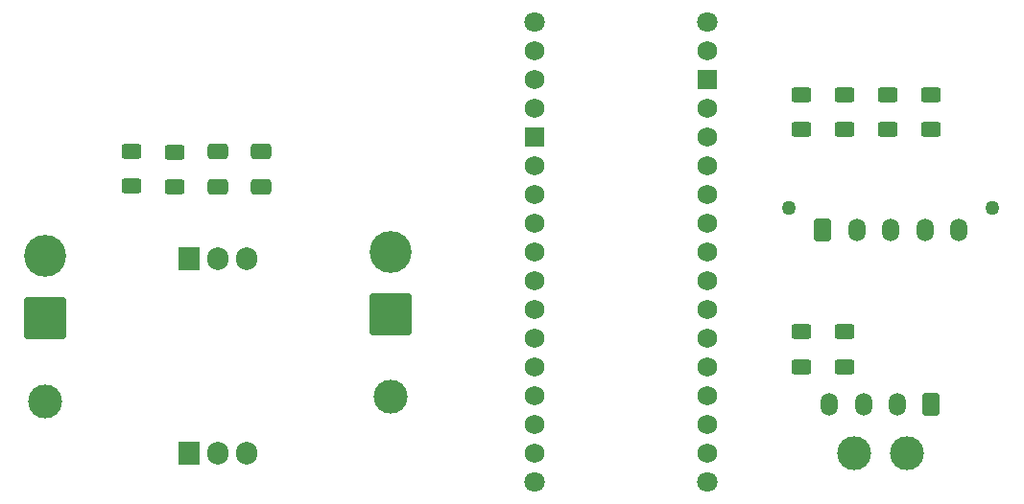
<source format=gbr>
%TF.GenerationSoftware,KiCad,Pcbnew,7.0.10*%
%TF.CreationDate,2024-02-15T22:12:48-05:00*%
%TF.ProjectId,heaterboard-2,68656174-6572-4626-9f61-72642d322e6b,2*%
%TF.SameCoordinates,Original*%
%TF.FileFunction,Soldermask,Top*%
%TF.FilePolarity,Negative*%
%FSLAX46Y46*%
G04 Gerber Fmt 4.6, Leading zero omitted, Abs format (unit mm)*
G04 Created by KiCad (PCBNEW 7.0.10) date 2024-02-15 22:12:48*
%MOMM*%
%LPD*%
G01*
G04 APERTURE LIST*
G04 Aperture macros list*
%AMRoundRect*
0 Rectangle with rounded corners*
0 $1 Rounding radius*
0 $2 $3 $4 $5 $6 $7 $8 $9 X,Y pos of 4 corners*
0 Add a 4 corners polygon primitive as box body*
4,1,4,$2,$3,$4,$5,$6,$7,$8,$9,$2,$3,0*
0 Add four circle primitives for the rounded corners*
1,1,$1+$1,$2,$3*
1,1,$1+$1,$4,$5*
1,1,$1+$1,$6,$7*
1,1,$1+$1,$8,$9*
0 Add four rect primitives between the rounded corners*
20,1,$1+$1,$2,$3,$4,$5,0*
20,1,$1+$1,$4,$5,$6,$7,0*
20,1,$1+$1,$6,$7,$8,$9,0*
20,1,$1+$1,$8,$9,$2,$3,0*%
G04 Aperture macros list end*
%ADD10R,1.905000X2.000000*%
%ADD11O,1.905000X2.000000*%
%ADD12C,3.000000*%
%ADD13RoundRect,0.250002X1.599998X1.599998X-1.599998X1.599998X-1.599998X-1.599998X1.599998X-1.599998X0*%
%ADD14C,3.700000*%
%ADD15RoundRect,0.250000X0.625000X-0.400000X0.625000X0.400000X-0.625000X0.400000X-0.625000X-0.400000X0*%
%ADD16RoundRect,0.250000X-0.625000X0.400000X-0.625000X-0.400000X0.625000X-0.400000X0.625000X0.400000X0*%
%ADD17RoundRect,0.250000X0.650000X-0.412500X0.650000X0.412500X-0.650000X0.412500X-0.650000X-0.412500X0*%
%ADD18C,1.800000*%
%ADD19C,1.727200*%
%ADD20R,1.727200X1.727200*%
%ADD21C,1.270000*%
%ADD22RoundRect,0.250001X-0.499999X-0.759999X0.499999X-0.759999X0.499999X0.759999X-0.499999X0.759999X0*%
%ADD23O,1.500000X2.020000*%
%ADD24RoundRect,0.250001X0.499999X0.759999X-0.499999X0.759999X-0.499999X-0.759999X0.499999X-0.759999X0*%
G04 APERTURE END LIST*
D10*
%TO.C,Q1*%
X99060000Y-99060000D03*
D11*
X101600000Y-99060000D03*
X104140000Y-99060000D03*
%TD*%
D12*
%TO.C,J1*%
X86360000Y-94465000D03*
D13*
X86360000Y-87165000D03*
D14*
X86360000Y-81665000D03*
%TD*%
D15*
%TO.C,R2*%
X97790000Y-75565000D03*
X97790000Y-72465000D03*
%TD*%
D16*
%TO.C,R7*%
X156845000Y-88340000D03*
X156845000Y-91440000D03*
%TD*%
D10*
%TO.C,U1*%
X99060000Y-81845000D03*
D11*
X101600000Y-81845000D03*
X104140000Y-81845000D03*
%TD*%
D15*
%TO.C,R6*%
X164465000Y-70485000D03*
X164465000Y-67385000D03*
%TD*%
D17*
%TO.C,C2*%
X101600000Y-75515000D03*
X101600000Y-72390000D03*
%TD*%
D18*
%TO.C,A1*%
X129540000Y-60960000D03*
X129540000Y-101600000D03*
X144780000Y-60960000D03*
X144780000Y-101600000D03*
D19*
X144780000Y-96520000D03*
X144780000Y-71120000D03*
X144780000Y-91440000D03*
X144780000Y-88900000D03*
X144780000Y-86360000D03*
X144780000Y-83820000D03*
X144780000Y-81280000D03*
X144780000Y-78740000D03*
X144780000Y-76200000D03*
X144780000Y-73660000D03*
X144780000Y-93980000D03*
X129540000Y-66040000D03*
X129540000Y-63500000D03*
X129540000Y-73660000D03*
X129540000Y-76200000D03*
X129540000Y-78740000D03*
X129540000Y-81280000D03*
X129540000Y-83820000D03*
X129540000Y-86360000D03*
X129540000Y-88900000D03*
X129540000Y-91440000D03*
X129540000Y-93980000D03*
X129540000Y-96520000D03*
X129540000Y-99060000D03*
X144780000Y-99060000D03*
D20*
X129540000Y-71120000D03*
X144780000Y-66040000D03*
D19*
X129540000Y-68580000D03*
X144780000Y-68580000D03*
X144780000Y-63500000D03*
%TD*%
D15*
%TO.C,R4*%
X156845000Y-70485000D03*
X156845000Y-67385000D03*
%TD*%
%TO.C,R1*%
X93980000Y-75490000D03*
X93980000Y-72390000D03*
%TD*%
%TO.C,R5*%
X160655000Y-70485000D03*
X160655000Y-67385000D03*
%TD*%
D21*
%TO.C,J4*%
X151940000Y-77415000D03*
X169940000Y-77415000D03*
D22*
X154940000Y-79375000D03*
D23*
X157940000Y-79375000D03*
X160940000Y-79375000D03*
X163940000Y-79375000D03*
X166940000Y-79375000D03*
%TD*%
D15*
%TO.C,R3*%
X153035000Y-70485000D03*
X153035000Y-67385000D03*
%TD*%
D12*
%TO.C,J2*%
X116840000Y-94080000D03*
D13*
X116840000Y-86780000D03*
D14*
X116840000Y-81280000D03*
%TD*%
D12*
%TO.C,J3*%
X162370000Y-99060000D03*
X157670000Y-99060000D03*
D24*
X164520000Y-94740000D03*
D23*
X161520000Y-94740000D03*
X158520000Y-94740000D03*
X155520000Y-94740000D03*
%TD*%
D16*
%TO.C,R8*%
X153035000Y-88340000D03*
X153035000Y-91440000D03*
%TD*%
D17*
%TO.C,C1*%
X105410000Y-75515000D03*
X105410000Y-72390000D03*
%TD*%
M02*

</source>
